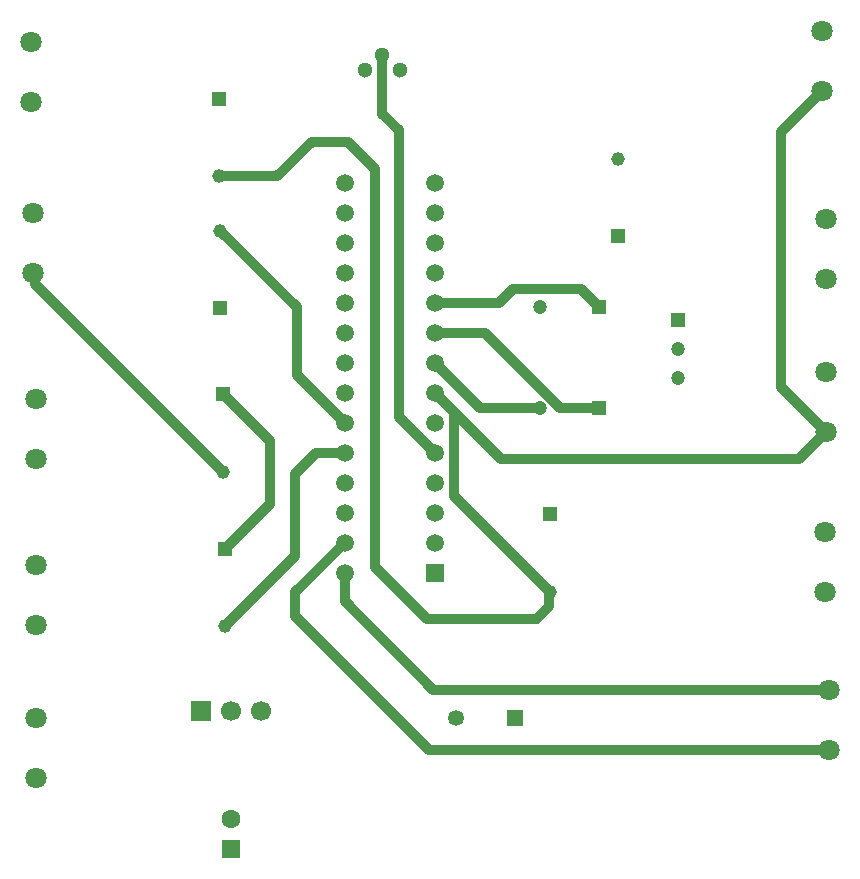
<source format=gtl>
G04*
G04 #@! TF.GenerationSoftware,Altium Limited,Altium Designer,22.10.1 (41)*
G04*
G04 Layer_Physical_Order=1*
G04 Layer_Color=255*
%FSLAX25Y25*%
%MOIN*%
G70*
G04*
G04 #@! TF.SameCoordinates,D8DE2597-0232-48C6-990D-D127052A737A*
G04*
G04*
G04 #@! TF.FilePolarity,Positive*
G04*
G01*
G75*
%ADD19C,0.04528*%
%ADD20R,0.04528X0.04528*%
%ADD30C,0.04724*%
%ADD31R,0.04724X0.04724*%
%ADD32C,0.03200*%
%ADD33C,0.05906*%
%ADD34R,0.05906X0.05906*%
%ADD35C,0.05118*%
%ADD36R,0.05315X0.05315*%
%ADD37C,0.05315*%
%ADD38R,0.06299X0.06299*%
%ADD39C,0.06299*%
%ADD40C,0.07100*%
%ADD41C,0.06693*%
%ADD42R,0.06693X0.06693*%
%ADD43R,0.04724X0.04724*%
D19*
X128500Y234413D02*
D03*
X130000Y102587D02*
D03*
X129500Y154087D02*
D03*
X128000Y252587D02*
D03*
X261000Y258413D02*
D03*
X238500Y114087D02*
D03*
D20*
X128500Y208587D02*
D03*
X130000Y128413D02*
D03*
X129500Y179913D02*
D03*
X128000Y278413D02*
D03*
X261000Y232587D02*
D03*
X238500Y139913D02*
D03*
D30*
X281000Y195000D02*
D03*
Y185394D02*
D03*
X235157Y175500D02*
D03*
Y209000D02*
D03*
D31*
X254842Y175500D02*
D03*
Y209000D02*
D03*
D32*
X238246Y109246D02*
Y113833D01*
X234000Y105000D02*
X238246Y109246D01*
Y113833D02*
X238500Y114087D01*
X197500Y105000D02*
X234000D01*
X180000Y122500D02*
X197500Y105000D01*
X180000Y122500D02*
Y255000D01*
X159000Y264000D02*
X171000D01*
X180000Y255000D01*
X147587Y252587D02*
X159000Y264000D01*
X128000Y252587D02*
X147587D01*
X206500Y174000D02*
X222000Y158500D01*
X200000Y180500D02*
X206500Y174000D01*
Y146087D02*
Y174000D01*
Y146087D02*
X238500Y114087D01*
X188000Y172500D02*
X200000Y160500D01*
X188000Y172500D02*
Y268000D01*
X182500Y273500D02*
Y293000D01*
Y273500D02*
X188000Y268000D01*
X128500Y234413D02*
X154000Y208913D01*
Y186500D02*
X170000Y170500D01*
X154000Y186500D02*
Y208913D01*
X130000Y102587D02*
X153500Y126087D01*
Y153500D02*
X160500Y160500D01*
X170000D01*
X153500Y126087D02*
Y153500D01*
X145000Y143413D02*
Y164413D01*
X129500Y179913D02*
X145000Y164413D01*
X130000Y128413D02*
X145000Y143413D01*
X66746Y216840D02*
Y219754D01*
Y216840D02*
X129500Y154087D01*
X66000Y220500D02*
X66746Y219754D01*
X221616Y210500D02*
X226116Y215000D01*
X200000Y210500D02*
X221616D01*
X248843Y215000D02*
X254842Y209000D01*
X226116Y215000D02*
X248843D01*
X200000Y200500D02*
X216892D01*
X241892Y175500D02*
X254842D01*
X216892Y200500D02*
X241892Y175500D01*
X199500Y180000D02*
X200000Y180500D01*
X170000Y111000D02*
Y120500D01*
X199500Y81500D02*
X331500D01*
X170000Y111000D02*
X199500Y81500D01*
X153500Y114000D02*
X170000Y130500D01*
X153500Y106000D02*
Y114000D01*
X198000Y61500D02*
X331500D01*
X153500Y106000D02*
X198000Y61500D01*
X222000Y158500D02*
X321500D01*
X330500Y167500D01*
X200000Y190500D02*
X215000Y175500D01*
X235157D01*
X315500Y182500D02*
X330500Y167500D01*
X315500Y182500D02*
Y267500D01*
X329000Y281000D01*
X235157Y208588D02*
Y209000D01*
D33*
X170000Y250500D02*
D03*
Y240500D02*
D03*
Y230500D02*
D03*
Y220500D02*
D03*
Y210500D02*
D03*
Y200500D02*
D03*
Y190500D02*
D03*
Y180500D02*
D03*
Y170500D02*
D03*
Y160500D02*
D03*
Y150500D02*
D03*
Y140500D02*
D03*
Y130500D02*
D03*
Y120500D02*
D03*
X200000Y250500D02*
D03*
Y240500D02*
D03*
Y230500D02*
D03*
Y220500D02*
D03*
Y210500D02*
D03*
Y200500D02*
D03*
Y190500D02*
D03*
Y180500D02*
D03*
Y170500D02*
D03*
Y160500D02*
D03*
Y150500D02*
D03*
Y140500D02*
D03*
Y130500D02*
D03*
D34*
Y120500D02*
D03*
D35*
X188347Y288000D02*
D03*
X182500Y293000D02*
D03*
X176654Y288000D02*
D03*
D36*
X226842Y72000D02*
D03*
D37*
X207157D02*
D03*
D38*
X132000Y28500D02*
D03*
D39*
Y38500D02*
D03*
D40*
X330000Y114000D02*
D03*
Y134000D02*
D03*
X330500Y218500D02*
D03*
Y238500D02*
D03*
X67000Y52000D02*
D03*
Y72000D02*
D03*
Y158500D02*
D03*
Y178500D02*
D03*
Y103000D02*
D03*
Y123000D02*
D03*
X66000Y220500D02*
D03*
Y240500D02*
D03*
X65500Y277500D02*
D03*
Y297500D02*
D03*
X331500Y61500D02*
D03*
Y81500D02*
D03*
X329000Y281000D02*
D03*
Y301000D02*
D03*
X330500Y167500D02*
D03*
Y187500D02*
D03*
D41*
X142000Y74500D02*
D03*
X132000D02*
D03*
D42*
X122000D02*
D03*
D43*
X281000Y204606D02*
D03*
M02*

</source>
